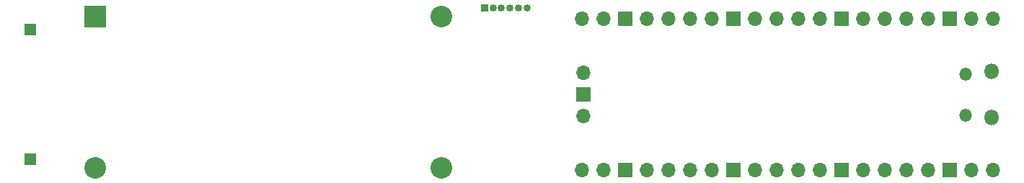
<source format=gbr>
%TF.GenerationSoftware,KiCad,Pcbnew,(6.0.9)*%
%TF.CreationDate,2023-01-12T20:02:04+01:00*%
%TF.ProjectId,pcb,7063622e-6b69-4636-9164-5f7063625858,rev?*%
%TF.SameCoordinates,Original*%
%TF.FileFunction,Soldermask,Bot*%
%TF.FilePolarity,Negative*%
%FSLAX46Y46*%
G04 Gerber Fmt 4.6, Leading zero omitted, Abs format (unit mm)*
G04 Created by KiCad (PCBNEW (6.0.9)) date 2023-01-12 20:02:04*
%MOMM*%
%LPD*%
G01*
G04 APERTURE LIST*
%ADD10O,1.800000X1.800000*%
%ADD11O,1.500000X1.500000*%
%ADD12O,1.700000X1.700000*%
%ADD13R,1.700000X1.700000*%
%ADD14R,1.350000X1.350000*%
%ADD15R,0.850000X0.850000*%
%ADD16O,0.850000X0.850000*%
%ADD17R,2.540000X2.540000*%
%ADD18C,2.540000*%
G04 APERTURE END LIST*
D10*
%TO.C,U1*%
X189472000Y-33713000D03*
D11*
X186442000Y-28563000D03*
X186442000Y-33413000D03*
D10*
X189472000Y-28263000D03*
D12*
X189602000Y-22098000D03*
X187062000Y-22098000D03*
D13*
X184522000Y-22098000D03*
D12*
X181982000Y-22098000D03*
X179442000Y-22098000D03*
X176902000Y-22098000D03*
X174362000Y-22098000D03*
D13*
X171822000Y-22098000D03*
D12*
X169282000Y-22098000D03*
X166742000Y-22098000D03*
X164202000Y-22098000D03*
X161662000Y-22098000D03*
D13*
X159122000Y-22098000D03*
D12*
X156582000Y-22098000D03*
X154042000Y-22098000D03*
X151502000Y-22098000D03*
X148962000Y-22098000D03*
D13*
X146422000Y-22098000D03*
D12*
X143882000Y-22098000D03*
X141342000Y-22098000D03*
X141342000Y-39878000D03*
X143882000Y-39878000D03*
D13*
X146422000Y-39878000D03*
D12*
X148962000Y-39878000D03*
X151502000Y-39878000D03*
X154042000Y-39878000D03*
X156582000Y-39878000D03*
D13*
X159122000Y-39878000D03*
D12*
X161662000Y-39878000D03*
X164202000Y-39878000D03*
X166742000Y-39878000D03*
X169282000Y-39878000D03*
D13*
X171822000Y-39878000D03*
D12*
X174362000Y-39878000D03*
X176902000Y-39878000D03*
X179442000Y-39878000D03*
X181982000Y-39878000D03*
D13*
X184522000Y-39878000D03*
D12*
X187062000Y-39878000D03*
X189602000Y-39878000D03*
X141572000Y-28448000D03*
D13*
X141572000Y-30988000D03*
D12*
X141572000Y-33528000D03*
%TD*%
D14*
%TO.C,J2*%
X76581000Y-23368000D03*
%TD*%
%TO.C,J3*%
X76581000Y-38608000D03*
%TD*%
D15*
%TO.C,J1*%
X129921000Y-20828000D03*
D16*
X130921000Y-20828000D03*
X131921000Y-20828000D03*
X132921000Y-20828000D03*
X133921000Y-20828000D03*
X134921000Y-20828000D03*
%TD*%
D17*
%TO.C,U2*%
X84201000Y-21818000D03*
D18*
X84201000Y-39598000D03*
X124841000Y-39598000D03*
X124841000Y-21818000D03*
%TD*%
M02*

</source>
